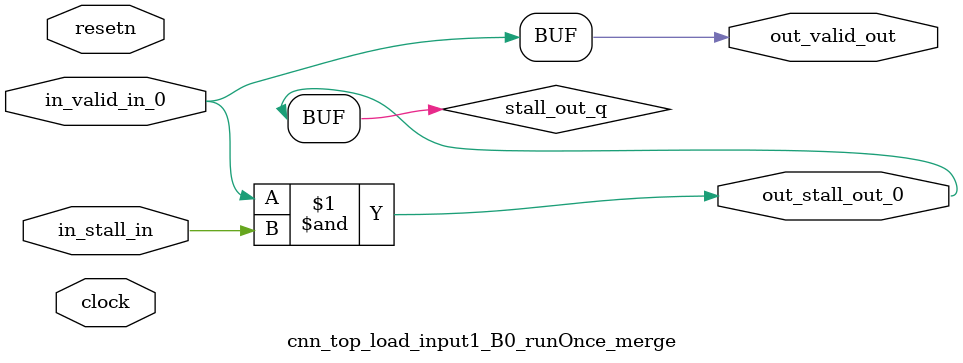
<source format=sv>



(* altera_attribute = "-name AUTO_SHIFT_REGISTER_RECOGNITION OFF; -name MESSAGE_DISABLE 10036; -name MESSAGE_DISABLE 10037; -name MESSAGE_DISABLE 14130; -name MESSAGE_DISABLE 14320; -name MESSAGE_DISABLE 15400; -name MESSAGE_DISABLE 14130; -name MESSAGE_DISABLE 10036; -name MESSAGE_DISABLE 12020; -name MESSAGE_DISABLE 12030; -name MESSAGE_DISABLE 12010; -name MESSAGE_DISABLE 12110; -name MESSAGE_DISABLE 14320; -name MESSAGE_DISABLE 13410; -name MESSAGE_DISABLE 113007; -name MESSAGE_DISABLE 10958" *)
module cnn_top_load_input1_B0_runOnce_merge (
    input wire [0:0] in_stall_in,
    input wire [0:0] in_valid_in_0,
    output wire [0:0] out_stall_out_0,
    output wire [0:0] out_valid_out,
    input wire clock,
    input wire resetn
    );

    wire [0:0] stall_out_q;


    // stall_out(LOGICAL,6)
    assign stall_out_q = in_valid_in_0 & in_stall_in;

    // out_stall_out_0(GPOUT,4)
    assign out_stall_out_0 = stall_out_q;

    // out_valid_out(GPOUT,5)
    assign out_valid_out = in_valid_in_0;

endmodule

</source>
